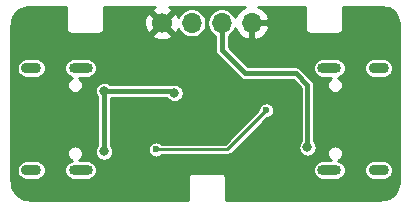
<source format=gbl>
G04 #@! TF.GenerationSoftware,KiCad,Pcbnew,(5.1.10)-1*
G04 #@! TF.CreationDate,2021-10-03T11:45:08+02:00*
G04 #@! TF.ProjectId,PPK2-USB_C-Adapter_v1.0,50504b32-2d55-4534-925f-432d41646170,1.0*
G04 #@! TF.SameCoordinates,Original*
G04 #@! TF.FileFunction,Copper,L2,Bot*
G04 #@! TF.FilePolarity,Positive*
%FSLAX46Y46*%
G04 Gerber Fmt 4.6, Leading zero omitted, Abs format (unit mm)*
G04 Created by KiCad (PCBNEW (5.1.10)-1) date 2021-10-03 11:45:08*
%MOMM*%
%LPD*%
G01*
G04 APERTURE LIST*
G04 #@! TA.AperFunction,ComponentPad*
%ADD10C,1.700000*%
G04 #@! TD*
G04 #@! TA.AperFunction,ComponentPad*
%ADD11O,1.700000X1.700000*%
G04 #@! TD*
G04 #@! TA.AperFunction,ComponentPad*
%ADD12O,1.700000X0.900000*%
G04 #@! TD*
G04 #@! TA.AperFunction,ComponentPad*
%ADD13O,2.000000X0.900000*%
G04 #@! TD*
G04 #@! TA.AperFunction,ViaPad*
%ADD14C,0.800000*%
G04 #@! TD*
G04 #@! TA.AperFunction,ViaPad*
%ADD15C,0.600000*%
G04 #@! TD*
G04 #@! TA.AperFunction,Conductor*
%ADD16C,0.400000*%
G04 #@! TD*
G04 #@! TA.AperFunction,Conductor*
%ADD17C,0.250000*%
G04 #@! TD*
G04 #@! TA.AperFunction,Conductor*
%ADD18C,0.254000*%
G04 #@! TD*
G04 #@! TA.AperFunction,Conductor*
%ADD19C,0.100000*%
G04 #@! TD*
G04 APERTURE END LIST*
D10*
X119062500Y-82423000D03*
D11*
X121602500Y-82423000D03*
X124142500Y-82423000D03*
X126682500Y-82423000D03*
D12*
X137426420Y-86251320D03*
X137426420Y-94891320D03*
D13*
X133256420Y-86251320D03*
X133256420Y-94891320D03*
X112186320Y-86251320D03*
X112186320Y-94891320D03*
D12*
X108016320Y-86251320D03*
X108016320Y-94891320D03*
D14*
X129032000Y-88646000D03*
X130048000Y-91313000D03*
X114187940Y-88171320D03*
X114170460Y-93304360D03*
X120134380Y-88343740D03*
D15*
X127921320Y-89821320D03*
X118567020Y-93141620D03*
D14*
X131398980Y-92971320D03*
D16*
X119961960Y-88171320D02*
X120134380Y-88343740D01*
X114187940Y-88171320D02*
X119961960Y-88171320D01*
X114170460Y-88188800D02*
X114187940Y-88171320D01*
X114170460Y-93304360D02*
X114170460Y-88188800D01*
D17*
X124601020Y-93141620D02*
X127921320Y-89821320D01*
X118567020Y-93141620D02*
X124601020Y-93141620D01*
D16*
X131398980Y-92971320D02*
X131398980Y-87685580D01*
X131398980Y-87685580D02*
X130395980Y-86682580D01*
X130395980Y-86682580D02*
X126095760Y-86682580D01*
X124142500Y-84729320D02*
X124142500Y-82423000D01*
X126095760Y-86682580D02*
X124142500Y-84729320D01*
D18*
X110973000Y-82911059D02*
X110971036Y-82931000D01*
X110978875Y-83010590D01*
X111002090Y-83087121D01*
X111039790Y-83157653D01*
X111069749Y-83194157D01*
X111090526Y-83219474D01*
X111152347Y-83270210D01*
X111222879Y-83307910D01*
X111299410Y-83331125D01*
X111379000Y-83338964D01*
X111398940Y-83337000D01*
X113772060Y-83337000D01*
X113792000Y-83338964D01*
X113871590Y-83331125D01*
X113948121Y-83307910D01*
X114018653Y-83270210D01*
X114080474Y-83219474D01*
X114131210Y-83157653D01*
X114168910Y-83087121D01*
X114192125Y-83010590D01*
X114198000Y-82950941D01*
X114198000Y-82950940D01*
X114199964Y-82931000D01*
X114198000Y-82911059D01*
X114198000Y-82491531D01*
X117571889Y-82491531D01*
X117613901Y-82781019D01*
X117711581Y-83056747D01*
X117785028Y-83194157D01*
X118034103Y-83271792D01*
X118882895Y-82423000D01*
X119242105Y-82423000D01*
X120090897Y-83271792D01*
X120339972Y-83194157D01*
X120465871Y-82930117D01*
X120471289Y-82908772D01*
X120511602Y-83006097D01*
X120646320Y-83207717D01*
X120817783Y-83379180D01*
X121019403Y-83513898D01*
X121243431Y-83606693D01*
X121481257Y-83654000D01*
X121723743Y-83654000D01*
X121961569Y-83606693D01*
X122185597Y-83513898D01*
X122387217Y-83379180D01*
X122558680Y-83207717D01*
X122693398Y-83006097D01*
X122786193Y-82782069D01*
X122833500Y-82544243D01*
X122833500Y-82301757D01*
X122786193Y-82063931D01*
X122693398Y-81839903D01*
X122558680Y-81638283D01*
X122387217Y-81466820D01*
X122185597Y-81332102D01*
X121961569Y-81239307D01*
X121723743Y-81192000D01*
X121481257Y-81192000D01*
X121243431Y-81239307D01*
X121019403Y-81332102D01*
X120817783Y-81466820D01*
X120646320Y-81638283D01*
X120511602Y-81839903D01*
X120468352Y-81944317D01*
X120413419Y-81789253D01*
X120339972Y-81651843D01*
X120090897Y-81574208D01*
X119242105Y-82423000D01*
X118882895Y-82423000D01*
X118034103Y-81574208D01*
X117785028Y-81651843D01*
X117659129Y-81915883D01*
X117587161Y-82199411D01*
X117571889Y-82491531D01*
X114198000Y-82491531D01*
X114198000Y-81051000D01*
X118488260Y-81051000D01*
X118428753Y-81072081D01*
X118291343Y-81145528D01*
X118213708Y-81394603D01*
X119062500Y-82243395D01*
X119911292Y-81394603D01*
X119833657Y-81145528D01*
X119635409Y-81051000D01*
X126126281Y-81051000D01*
X125915580Y-81151359D01*
X125682231Y-81325412D01*
X125487322Y-81541645D01*
X125338343Y-81791748D01*
X125280728Y-81954168D01*
X125233398Y-81839903D01*
X125098680Y-81638283D01*
X124927217Y-81466820D01*
X124725597Y-81332102D01*
X124501569Y-81239307D01*
X124263743Y-81192000D01*
X124021257Y-81192000D01*
X123783431Y-81239307D01*
X123559403Y-81332102D01*
X123357783Y-81466820D01*
X123186320Y-81638283D01*
X123051602Y-81839903D01*
X122958807Y-82063931D01*
X122911500Y-82301757D01*
X122911500Y-82544243D01*
X122958807Y-82782069D01*
X123051602Y-83006097D01*
X123186320Y-83207717D01*
X123357783Y-83379180D01*
X123559403Y-83513898D01*
X123561501Y-83514767D01*
X123561500Y-84700780D01*
X123558689Y-84729320D01*
X123561500Y-84757859D01*
X123569907Y-84843215D01*
X123603129Y-84952734D01*
X123657079Y-85053667D01*
X123729683Y-85142137D01*
X123751860Y-85160337D01*
X125664752Y-87073231D01*
X125682943Y-87095397D01*
X125705109Y-87113588D01*
X125705111Y-87113590D01*
X125771412Y-87168001D01*
X125872345Y-87221951D01*
X125981864Y-87255173D01*
X126095760Y-87266391D01*
X126124300Y-87263580D01*
X130155323Y-87263580D01*
X130817981Y-87926239D01*
X130817980Y-92447819D01*
X130792338Y-92473461D01*
X130706867Y-92601378D01*
X130647993Y-92743511D01*
X130617980Y-92894398D01*
X130617980Y-93048242D01*
X130647993Y-93199129D01*
X130706867Y-93341262D01*
X130792338Y-93469179D01*
X130901121Y-93577962D01*
X131029038Y-93663433D01*
X131171171Y-93722307D01*
X131322058Y-93752320D01*
X131475902Y-93752320D01*
X131626789Y-93722307D01*
X131768922Y-93663433D01*
X131896839Y-93577962D01*
X132005622Y-93469179D01*
X132091093Y-93341262D01*
X132149967Y-93199129D01*
X132179980Y-93048242D01*
X132179980Y-92894398D01*
X132149967Y-92743511D01*
X132091093Y-92601378D01*
X132005622Y-92473461D01*
X131979980Y-92447819D01*
X131979980Y-87714119D01*
X131982791Y-87685579D01*
X131971573Y-87571684D01*
X131938351Y-87462165D01*
X131915991Y-87420333D01*
X131884401Y-87361232D01*
X131811797Y-87272763D01*
X131789625Y-87254567D01*
X130826997Y-86291940D01*
X130808797Y-86269763D01*
X130786324Y-86251320D01*
X131871400Y-86251320D01*
X131887445Y-86414224D01*
X131934962Y-86570868D01*
X132012126Y-86715232D01*
X132115972Y-86841768D01*
X132242508Y-86945614D01*
X132386872Y-87022778D01*
X132543516Y-87070295D01*
X132665605Y-87082320D01*
X133407120Y-87082320D01*
X133302308Y-87152353D01*
X133207453Y-87247208D01*
X133132926Y-87358746D01*
X133081591Y-87482680D01*
X133055420Y-87614247D01*
X133055420Y-87748393D01*
X133081591Y-87879960D01*
X133132926Y-88003894D01*
X133207453Y-88115432D01*
X133302308Y-88210287D01*
X133413846Y-88284814D01*
X133537780Y-88336149D01*
X133669347Y-88362320D01*
X133803493Y-88362320D01*
X133935060Y-88336149D01*
X134058994Y-88284814D01*
X134170532Y-88210287D01*
X134265387Y-88115432D01*
X134339914Y-88003894D01*
X134391249Y-87879960D01*
X134417420Y-87748393D01*
X134417420Y-87614247D01*
X134391249Y-87482680D01*
X134339914Y-87358746D01*
X134265387Y-87247208D01*
X134170532Y-87152353D01*
X134058994Y-87077826D01*
X134010591Y-87057777D01*
X134125968Y-87022778D01*
X134270332Y-86945614D01*
X134396868Y-86841768D01*
X134500714Y-86715232D01*
X134577878Y-86570868D01*
X134625395Y-86414224D01*
X134641440Y-86251320D01*
X136191400Y-86251320D01*
X136207445Y-86414224D01*
X136254962Y-86570868D01*
X136332126Y-86715232D01*
X136435972Y-86841768D01*
X136562508Y-86945614D01*
X136706872Y-87022778D01*
X136863516Y-87070295D01*
X136985605Y-87082320D01*
X137867235Y-87082320D01*
X137989324Y-87070295D01*
X138145968Y-87022778D01*
X138290332Y-86945614D01*
X138416868Y-86841768D01*
X138520714Y-86715232D01*
X138597878Y-86570868D01*
X138645395Y-86414224D01*
X138661440Y-86251320D01*
X138645395Y-86088416D01*
X138597878Y-85931772D01*
X138520714Y-85787408D01*
X138416868Y-85660872D01*
X138290332Y-85557026D01*
X138145968Y-85479862D01*
X137989324Y-85432345D01*
X137867235Y-85420320D01*
X136985605Y-85420320D01*
X136863516Y-85432345D01*
X136706872Y-85479862D01*
X136562508Y-85557026D01*
X136435972Y-85660872D01*
X136332126Y-85787408D01*
X136254962Y-85931772D01*
X136207445Y-86088416D01*
X136191400Y-86251320D01*
X134641440Y-86251320D01*
X134625395Y-86088416D01*
X134577878Y-85931772D01*
X134500714Y-85787408D01*
X134396868Y-85660872D01*
X134270332Y-85557026D01*
X134125968Y-85479862D01*
X133969324Y-85432345D01*
X133847235Y-85420320D01*
X132665605Y-85420320D01*
X132543516Y-85432345D01*
X132386872Y-85479862D01*
X132242508Y-85557026D01*
X132115972Y-85660872D01*
X132012126Y-85787408D01*
X131934962Y-85931772D01*
X131887445Y-86088416D01*
X131871400Y-86251320D01*
X130786324Y-86251320D01*
X130720328Y-86197159D01*
X130619395Y-86143209D01*
X130509876Y-86109987D01*
X130424520Y-86101580D01*
X130395980Y-86098769D01*
X130367440Y-86101580D01*
X126336419Y-86101580D01*
X124723500Y-84488663D01*
X124723500Y-83514767D01*
X124725597Y-83513898D01*
X124927217Y-83379180D01*
X125098680Y-83207717D01*
X125233398Y-83006097D01*
X125280728Y-82891832D01*
X125338343Y-83054252D01*
X125487322Y-83304355D01*
X125682231Y-83520588D01*
X125915580Y-83694641D01*
X126178401Y-83819825D01*
X126325610Y-83864476D01*
X126555500Y-83743155D01*
X126555500Y-82550000D01*
X126809500Y-82550000D01*
X126809500Y-83743155D01*
X127039390Y-83864476D01*
X127186599Y-83819825D01*
X127449420Y-83694641D01*
X127682769Y-83520588D01*
X127877678Y-83304355D01*
X128026657Y-83054252D01*
X128123981Y-82779891D01*
X128003314Y-82550000D01*
X126809500Y-82550000D01*
X126555500Y-82550000D01*
X126535500Y-82550000D01*
X126535500Y-82296000D01*
X126555500Y-82296000D01*
X126555500Y-82276000D01*
X126809500Y-82276000D01*
X126809500Y-82296000D01*
X128003314Y-82296000D01*
X128123981Y-82066109D01*
X128026657Y-81791748D01*
X127877678Y-81541645D01*
X127682769Y-81325412D01*
X127449420Y-81151359D01*
X127238719Y-81051000D01*
X131166001Y-81051000D01*
X131166000Y-82911059D01*
X131164036Y-82931000D01*
X131171875Y-83010590D01*
X131195090Y-83087121D01*
X131232790Y-83157653D01*
X131262749Y-83194157D01*
X131283526Y-83219474D01*
X131345347Y-83270210D01*
X131415879Y-83307910D01*
X131492410Y-83331125D01*
X131572000Y-83338964D01*
X131591940Y-83337000D01*
X133965060Y-83337000D01*
X133985000Y-83338964D01*
X134064590Y-83331125D01*
X134141121Y-83307910D01*
X134211653Y-83270210D01*
X134273474Y-83219474D01*
X134324210Y-83157653D01*
X134361910Y-83087121D01*
X134385125Y-83010590D01*
X134391000Y-82950941D01*
X134391000Y-82950940D01*
X134392964Y-82931000D01*
X134391000Y-82911059D01*
X134391000Y-81051000D01*
X137590262Y-81051000D01*
X137657119Y-81079655D01*
X137744170Y-81098159D01*
X137750502Y-81098824D01*
X138051354Y-81128323D01*
X138297943Y-81202772D01*
X138525373Y-81323699D01*
X138724987Y-81486500D01*
X138889173Y-81684968D01*
X139011687Y-81911549D01*
X139087857Y-82157615D01*
X139119455Y-82458252D01*
X139121369Y-82467578D01*
X139125994Y-82513120D01*
X139152011Y-82598227D01*
X139167001Y-82626185D01*
X139167000Y-95807262D01*
X139138345Y-95874119D01*
X139119841Y-95961170D01*
X139119176Y-95967502D01*
X139089677Y-96268354D01*
X139015228Y-96514943D01*
X138894301Y-96742373D01*
X138731500Y-96941987D01*
X138533033Y-97106173D01*
X138306446Y-97228689D01*
X138060385Y-97304857D01*
X137759748Y-97336455D01*
X137750422Y-97338369D01*
X137704880Y-97342994D01*
X137619773Y-97369011D01*
X137591817Y-97384000D01*
X124485000Y-97384000D01*
X124485000Y-95523941D01*
X124486964Y-95504000D01*
X124479125Y-95424410D01*
X124455910Y-95347879D01*
X124418210Y-95277347D01*
X124367474Y-95215526D01*
X124305653Y-95164790D01*
X124235121Y-95127090D01*
X124158590Y-95103875D01*
X124098941Y-95098000D01*
X124098940Y-95098000D01*
X124079000Y-95096036D01*
X124059059Y-95098000D01*
X121685941Y-95098000D01*
X121666000Y-95096036D01*
X121646060Y-95098000D01*
X121646059Y-95098000D01*
X121586410Y-95103875D01*
X121509879Y-95127090D01*
X121439347Y-95164790D01*
X121377526Y-95215526D01*
X121326790Y-95277347D01*
X121289090Y-95347879D01*
X121265875Y-95424410D01*
X121258036Y-95504000D01*
X121260001Y-95523951D01*
X121260000Y-97384000D01*
X107900738Y-97384000D01*
X107833881Y-97355345D01*
X107746830Y-97336841D01*
X107740498Y-97336176D01*
X107439646Y-97306677D01*
X107193057Y-97232228D01*
X106965627Y-97111301D01*
X106766013Y-96948500D01*
X106601827Y-96750033D01*
X106479311Y-96523446D01*
X106403143Y-96277385D01*
X106371545Y-95976748D01*
X106369631Y-95967422D01*
X106365006Y-95921880D01*
X106338989Y-95836773D01*
X106324000Y-95808817D01*
X106324000Y-94891320D01*
X106781300Y-94891320D01*
X106797345Y-95054224D01*
X106844862Y-95210868D01*
X106922026Y-95355232D01*
X107025872Y-95481768D01*
X107152408Y-95585614D01*
X107296772Y-95662778D01*
X107453416Y-95710295D01*
X107575505Y-95722320D01*
X108457135Y-95722320D01*
X108579224Y-95710295D01*
X108735868Y-95662778D01*
X108880232Y-95585614D01*
X109006768Y-95481768D01*
X109110614Y-95355232D01*
X109187778Y-95210868D01*
X109235295Y-95054224D01*
X109251340Y-94891320D01*
X110801300Y-94891320D01*
X110817345Y-95054224D01*
X110864862Y-95210868D01*
X110942026Y-95355232D01*
X111045872Y-95481768D01*
X111172408Y-95585614D01*
X111316772Y-95662778D01*
X111473416Y-95710295D01*
X111595505Y-95722320D01*
X112777135Y-95722320D01*
X112899224Y-95710295D01*
X113055868Y-95662778D01*
X113200232Y-95585614D01*
X113326768Y-95481768D01*
X113430614Y-95355232D01*
X113507778Y-95210868D01*
X113555295Y-95054224D01*
X113571340Y-94891320D01*
X131871400Y-94891320D01*
X131887445Y-95054224D01*
X131934962Y-95210868D01*
X132012126Y-95355232D01*
X132115972Y-95481768D01*
X132242508Y-95585614D01*
X132386872Y-95662778D01*
X132543516Y-95710295D01*
X132665605Y-95722320D01*
X133847235Y-95722320D01*
X133969324Y-95710295D01*
X134125968Y-95662778D01*
X134270332Y-95585614D01*
X134396868Y-95481768D01*
X134500714Y-95355232D01*
X134577878Y-95210868D01*
X134625395Y-95054224D01*
X134641440Y-94891320D01*
X136191400Y-94891320D01*
X136207445Y-95054224D01*
X136254962Y-95210868D01*
X136332126Y-95355232D01*
X136435972Y-95481768D01*
X136562508Y-95585614D01*
X136706872Y-95662778D01*
X136863516Y-95710295D01*
X136985605Y-95722320D01*
X137867235Y-95722320D01*
X137989324Y-95710295D01*
X138145968Y-95662778D01*
X138290332Y-95585614D01*
X138416868Y-95481768D01*
X138520714Y-95355232D01*
X138597878Y-95210868D01*
X138645395Y-95054224D01*
X138661440Y-94891320D01*
X138645395Y-94728416D01*
X138597878Y-94571772D01*
X138520714Y-94427408D01*
X138416868Y-94300872D01*
X138290332Y-94197026D01*
X138145968Y-94119862D01*
X137989324Y-94072345D01*
X137867235Y-94060320D01*
X136985605Y-94060320D01*
X136863516Y-94072345D01*
X136706872Y-94119862D01*
X136562508Y-94197026D01*
X136435972Y-94300872D01*
X136332126Y-94427408D01*
X136254962Y-94571772D01*
X136207445Y-94728416D01*
X136191400Y-94891320D01*
X134641440Y-94891320D01*
X134625395Y-94728416D01*
X134577878Y-94571772D01*
X134500714Y-94427408D01*
X134396868Y-94300872D01*
X134270332Y-94197026D01*
X134125968Y-94119862D01*
X134010591Y-94084863D01*
X134058994Y-94064814D01*
X134170532Y-93990287D01*
X134265387Y-93895432D01*
X134339914Y-93783894D01*
X134391249Y-93659960D01*
X134417420Y-93528393D01*
X134417420Y-93394247D01*
X134391249Y-93262680D01*
X134339914Y-93138746D01*
X134265387Y-93027208D01*
X134170532Y-92932353D01*
X134058994Y-92857826D01*
X133935060Y-92806491D01*
X133803493Y-92780320D01*
X133669347Y-92780320D01*
X133537780Y-92806491D01*
X133413846Y-92857826D01*
X133302308Y-92932353D01*
X133207453Y-93027208D01*
X133132926Y-93138746D01*
X133081591Y-93262680D01*
X133055420Y-93394247D01*
X133055420Y-93528393D01*
X133081591Y-93659960D01*
X133132926Y-93783894D01*
X133207453Y-93895432D01*
X133302308Y-93990287D01*
X133407120Y-94060320D01*
X132665605Y-94060320D01*
X132543516Y-94072345D01*
X132386872Y-94119862D01*
X132242508Y-94197026D01*
X132115972Y-94300872D01*
X132012126Y-94427408D01*
X131934962Y-94571772D01*
X131887445Y-94728416D01*
X131871400Y-94891320D01*
X113571340Y-94891320D01*
X113555295Y-94728416D01*
X113507778Y-94571772D01*
X113430614Y-94427408D01*
X113326768Y-94300872D01*
X113200232Y-94197026D01*
X113055868Y-94119862D01*
X112899224Y-94072345D01*
X112777135Y-94060320D01*
X112035620Y-94060320D01*
X112140432Y-93990287D01*
X112235287Y-93895432D01*
X112309814Y-93783894D01*
X112361149Y-93659960D01*
X112387320Y-93528393D01*
X112387320Y-93394247D01*
X112361149Y-93262680D01*
X112346552Y-93227438D01*
X113389460Y-93227438D01*
X113389460Y-93381282D01*
X113419473Y-93532169D01*
X113478347Y-93674302D01*
X113563818Y-93802219D01*
X113672601Y-93911002D01*
X113800518Y-93996473D01*
X113942651Y-94055347D01*
X114093538Y-94085360D01*
X114247382Y-94085360D01*
X114398269Y-94055347D01*
X114540402Y-93996473D01*
X114668319Y-93911002D01*
X114777102Y-93802219D01*
X114862573Y-93674302D01*
X114921447Y-93532169D01*
X114951460Y-93381282D01*
X114951460Y-93227438D01*
X114921447Y-93076551D01*
X114920617Y-93074547D01*
X117886020Y-93074547D01*
X117886020Y-93208693D01*
X117912191Y-93340260D01*
X117963526Y-93464194D01*
X118038053Y-93575732D01*
X118132908Y-93670587D01*
X118244446Y-93745114D01*
X118368380Y-93796449D01*
X118499947Y-93822620D01*
X118634093Y-93822620D01*
X118765660Y-93796449D01*
X118889594Y-93745114D01*
X119001132Y-93670587D01*
X119024099Y-93647620D01*
X124576174Y-93647620D01*
X124601020Y-93650067D01*
X124625866Y-93647620D01*
X124625874Y-93647620D01*
X124700213Y-93640298D01*
X124795595Y-93611365D01*
X124883499Y-93564379D01*
X124960547Y-93501147D01*
X124976396Y-93481835D01*
X127955912Y-90502320D01*
X127988393Y-90502320D01*
X128119960Y-90476149D01*
X128243894Y-90424814D01*
X128355432Y-90350287D01*
X128450287Y-90255432D01*
X128524814Y-90143894D01*
X128576149Y-90019960D01*
X128602320Y-89888393D01*
X128602320Y-89754247D01*
X128576149Y-89622680D01*
X128524814Y-89498746D01*
X128450287Y-89387208D01*
X128355432Y-89292353D01*
X128243894Y-89217826D01*
X128119960Y-89166491D01*
X127988393Y-89140320D01*
X127854247Y-89140320D01*
X127722680Y-89166491D01*
X127598746Y-89217826D01*
X127487208Y-89292353D01*
X127392353Y-89387208D01*
X127317826Y-89498746D01*
X127266491Y-89622680D01*
X127240320Y-89754247D01*
X127240320Y-89786728D01*
X124391429Y-92635620D01*
X119024099Y-92635620D01*
X119001132Y-92612653D01*
X118889594Y-92538126D01*
X118765660Y-92486791D01*
X118634093Y-92460620D01*
X118499947Y-92460620D01*
X118368380Y-92486791D01*
X118244446Y-92538126D01*
X118132908Y-92612653D01*
X118038053Y-92707508D01*
X117963526Y-92819046D01*
X117912191Y-92942980D01*
X117886020Y-93074547D01*
X114920617Y-93074547D01*
X114862573Y-92934418D01*
X114777102Y-92806501D01*
X114751460Y-92780859D01*
X114751460Y-88752320D01*
X119468084Y-88752320D01*
X119527738Y-88841599D01*
X119636521Y-88950382D01*
X119764438Y-89035853D01*
X119906571Y-89094727D01*
X120057458Y-89124740D01*
X120211302Y-89124740D01*
X120362189Y-89094727D01*
X120504322Y-89035853D01*
X120632239Y-88950382D01*
X120741022Y-88841599D01*
X120826493Y-88713682D01*
X120885367Y-88571549D01*
X120915380Y-88420662D01*
X120915380Y-88266818D01*
X120885367Y-88115931D01*
X120826493Y-87973798D01*
X120741022Y-87845881D01*
X120632239Y-87737098D01*
X120504322Y-87651627D01*
X120362189Y-87592753D01*
X120211302Y-87562740D01*
X120057458Y-87562740D01*
X119918803Y-87590320D01*
X114711441Y-87590320D01*
X114685799Y-87564678D01*
X114557882Y-87479207D01*
X114415749Y-87420333D01*
X114264862Y-87390320D01*
X114111018Y-87390320D01*
X113960131Y-87420333D01*
X113817998Y-87479207D01*
X113690081Y-87564678D01*
X113581298Y-87673461D01*
X113495827Y-87801378D01*
X113436953Y-87943511D01*
X113406940Y-88094398D01*
X113406940Y-88248242D01*
X113436953Y-88399129D01*
X113495827Y-88541262D01*
X113581298Y-88669179D01*
X113589461Y-88677342D01*
X113589460Y-92780859D01*
X113563818Y-92806501D01*
X113478347Y-92934418D01*
X113419473Y-93076551D01*
X113389460Y-93227438D01*
X112346552Y-93227438D01*
X112309814Y-93138746D01*
X112235287Y-93027208D01*
X112140432Y-92932353D01*
X112028894Y-92857826D01*
X111904960Y-92806491D01*
X111773393Y-92780320D01*
X111639247Y-92780320D01*
X111507680Y-92806491D01*
X111383746Y-92857826D01*
X111272208Y-92932353D01*
X111177353Y-93027208D01*
X111102826Y-93138746D01*
X111051491Y-93262680D01*
X111025320Y-93394247D01*
X111025320Y-93528393D01*
X111051491Y-93659960D01*
X111102826Y-93783894D01*
X111177353Y-93895432D01*
X111272208Y-93990287D01*
X111383746Y-94064814D01*
X111432149Y-94084863D01*
X111316772Y-94119862D01*
X111172408Y-94197026D01*
X111045872Y-94300872D01*
X110942026Y-94427408D01*
X110864862Y-94571772D01*
X110817345Y-94728416D01*
X110801300Y-94891320D01*
X109251340Y-94891320D01*
X109235295Y-94728416D01*
X109187778Y-94571772D01*
X109110614Y-94427408D01*
X109006768Y-94300872D01*
X108880232Y-94197026D01*
X108735868Y-94119862D01*
X108579224Y-94072345D01*
X108457135Y-94060320D01*
X107575505Y-94060320D01*
X107453416Y-94072345D01*
X107296772Y-94119862D01*
X107152408Y-94197026D01*
X107025872Y-94300872D01*
X106922026Y-94427408D01*
X106844862Y-94571772D01*
X106797345Y-94728416D01*
X106781300Y-94891320D01*
X106324000Y-94891320D01*
X106324000Y-86251320D01*
X106781300Y-86251320D01*
X106797345Y-86414224D01*
X106844862Y-86570868D01*
X106922026Y-86715232D01*
X107025872Y-86841768D01*
X107152408Y-86945614D01*
X107296772Y-87022778D01*
X107453416Y-87070295D01*
X107575505Y-87082320D01*
X108457135Y-87082320D01*
X108579224Y-87070295D01*
X108735868Y-87022778D01*
X108880232Y-86945614D01*
X109006768Y-86841768D01*
X109110614Y-86715232D01*
X109187778Y-86570868D01*
X109235295Y-86414224D01*
X109251340Y-86251320D01*
X110801300Y-86251320D01*
X110817345Y-86414224D01*
X110864862Y-86570868D01*
X110942026Y-86715232D01*
X111045872Y-86841768D01*
X111172408Y-86945614D01*
X111316772Y-87022778D01*
X111432149Y-87057777D01*
X111383746Y-87077826D01*
X111272208Y-87152353D01*
X111177353Y-87247208D01*
X111102826Y-87358746D01*
X111051491Y-87482680D01*
X111025320Y-87614247D01*
X111025320Y-87748393D01*
X111051491Y-87879960D01*
X111102826Y-88003894D01*
X111177353Y-88115432D01*
X111272208Y-88210287D01*
X111383746Y-88284814D01*
X111507680Y-88336149D01*
X111639247Y-88362320D01*
X111773393Y-88362320D01*
X111904960Y-88336149D01*
X112028894Y-88284814D01*
X112140432Y-88210287D01*
X112235287Y-88115432D01*
X112309814Y-88003894D01*
X112361149Y-87879960D01*
X112387320Y-87748393D01*
X112387320Y-87614247D01*
X112361149Y-87482680D01*
X112309814Y-87358746D01*
X112235287Y-87247208D01*
X112140432Y-87152353D01*
X112035620Y-87082320D01*
X112777135Y-87082320D01*
X112899224Y-87070295D01*
X113055868Y-87022778D01*
X113200232Y-86945614D01*
X113326768Y-86841768D01*
X113430614Y-86715232D01*
X113507778Y-86570868D01*
X113555295Y-86414224D01*
X113571340Y-86251320D01*
X113555295Y-86088416D01*
X113507778Y-85931772D01*
X113430614Y-85787408D01*
X113326768Y-85660872D01*
X113200232Y-85557026D01*
X113055868Y-85479862D01*
X112899224Y-85432345D01*
X112777135Y-85420320D01*
X111595505Y-85420320D01*
X111473416Y-85432345D01*
X111316772Y-85479862D01*
X111172408Y-85557026D01*
X111045872Y-85660872D01*
X110942026Y-85787408D01*
X110864862Y-85931772D01*
X110817345Y-86088416D01*
X110801300Y-86251320D01*
X109251340Y-86251320D01*
X109235295Y-86088416D01*
X109187778Y-85931772D01*
X109110614Y-85787408D01*
X109006768Y-85660872D01*
X108880232Y-85557026D01*
X108735868Y-85479862D01*
X108579224Y-85432345D01*
X108457135Y-85420320D01*
X107575505Y-85420320D01*
X107453416Y-85432345D01*
X107296772Y-85479862D01*
X107152408Y-85557026D01*
X107025872Y-85660872D01*
X106922026Y-85787408D01*
X106844862Y-85931772D01*
X106797345Y-86088416D01*
X106781300Y-86251320D01*
X106324000Y-86251320D01*
X106324000Y-83451397D01*
X118213708Y-83451397D01*
X118291343Y-83700472D01*
X118555383Y-83826371D01*
X118838911Y-83898339D01*
X119131031Y-83913611D01*
X119420519Y-83871599D01*
X119696247Y-83773919D01*
X119833657Y-83700472D01*
X119911292Y-83451397D01*
X119062500Y-82602605D01*
X118213708Y-83451397D01*
X106324000Y-83451397D01*
X106324000Y-82627738D01*
X106352655Y-82560881D01*
X106371159Y-82473830D01*
X106371824Y-82467498D01*
X106401323Y-82166646D01*
X106475772Y-81920057D01*
X106596699Y-81692627D01*
X106759500Y-81493013D01*
X106957968Y-81328827D01*
X107184549Y-81206313D01*
X107430615Y-81130143D01*
X107731252Y-81098545D01*
X107740578Y-81096631D01*
X107786120Y-81092006D01*
X107871227Y-81065989D01*
X107899183Y-81051000D01*
X110973001Y-81051000D01*
X110973000Y-82911059D01*
G04 #@! TA.AperFunction,Conductor*
D19*
G36*
X110973000Y-82911059D02*
G01*
X110971036Y-82931000D01*
X110978875Y-83010590D01*
X111002090Y-83087121D01*
X111039790Y-83157653D01*
X111069749Y-83194157D01*
X111090526Y-83219474D01*
X111152347Y-83270210D01*
X111222879Y-83307910D01*
X111299410Y-83331125D01*
X111379000Y-83338964D01*
X111398940Y-83337000D01*
X113772060Y-83337000D01*
X113792000Y-83338964D01*
X113871590Y-83331125D01*
X113948121Y-83307910D01*
X114018653Y-83270210D01*
X114080474Y-83219474D01*
X114131210Y-83157653D01*
X114168910Y-83087121D01*
X114192125Y-83010590D01*
X114198000Y-82950941D01*
X114198000Y-82950940D01*
X114199964Y-82931000D01*
X114198000Y-82911059D01*
X114198000Y-82491531D01*
X117571889Y-82491531D01*
X117613901Y-82781019D01*
X117711581Y-83056747D01*
X117785028Y-83194157D01*
X118034103Y-83271792D01*
X118882895Y-82423000D01*
X119242105Y-82423000D01*
X120090897Y-83271792D01*
X120339972Y-83194157D01*
X120465871Y-82930117D01*
X120471289Y-82908772D01*
X120511602Y-83006097D01*
X120646320Y-83207717D01*
X120817783Y-83379180D01*
X121019403Y-83513898D01*
X121243431Y-83606693D01*
X121481257Y-83654000D01*
X121723743Y-83654000D01*
X121961569Y-83606693D01*
X122185597Y-83513898D01*
X122387217Y-83379180D01*
X122558680Y-83207717D01*
X122693398Y-83006097D01*
X122786193Y-82782069D01*
X122833500Y-82544243D01*
X122833500Y-82301757D01*
X122786193Y-82063931D01*
X122693398Y-81839903D01*
X122558680Y-81638283D01*
X122387217Y-81466820D01*
X122185597Y-81332102D01*
X121961569Y-81239307D01*
X121723743Y-81192000D01*
X121481257Y-81192000D01*
X121243431Y-81239307D01*
X121019403Y-81332102D01*
X120817783Y-81466820D01*
X120646320Y-81638283D01*
X120511602Y-81839903D01*
X120468352Y-81944317D01*
X120413419Y-81789253D01*
X120339972Y-81651843D01*
X120090897Y-81574208D01*
X119242105Y-82423000D01*
X118882895Y-82423000D01*
X118034103Y-81574208D01*
X117785028Y-81651843D01*
X117659129Y-81915883D01*
X117587161Y-82199411D01*
X117571889Y-82491531D01*
X114198000Y-82491531D01*
X114198000Y-81051000D01*
X118488260Y-81051000D01*
X118428753Y-81072081D01*
X118291343Y-81145528D01*
X118213708Y-81394603D01*
X119062500Y-82243395D01*
X119911292Y-81394603D01*
X119833657Y-81145528D01*
X119635409Y-81051000D01*
X126126281Y-81051000D01*
X125915580Y-81151359D01*
X125682231Y-81325412D01*
X125487322Y-81541645D01*
X125338343Y-81791748D01*
X125280728Y-81954168D01*
X125233398Y-81839903D01*
X125098680Y-81638283D01*
X124927217Y-81466820D01*
X124725597Y-81332102D01*
X124501569Y-81239307D01*
X124263743Y-81192000D01*
X124021257Y-81192000D01*
X123783431Y-81239307D01*
X123559403Y-81332102D01*
X123357783Y-81466820D01*
X123186320Y-81638283D01*
X123051602Y-81839903D01*
X122958807Y-82063931D01*
X122911500Y-82301757D01*
X122911500Y-82544243D01*
X122958807Y-82782069D01*
X123051602Y-83006097D01*
X123186320Y-83207717D01*
X123357783Y-83379180D01*
X123559403Y-83513898D01*
X123561501Y-83514767D01*
X123561500Y-84700780D01*
X123558689Y-84729320D01*
X123561500Y-84757859D01*
X123569907Y-84843215D01*
X123603129Y-84952734D01*
X123657079Y-85053667D01*
X123729683Y-85142137D01*
X123751860Y-85160337D01*
X125664752Y-87073231D01*
X125682943Y-87095397D01*
X125705109Y-87113588D01*
X125705111Y-87113590D01*
X125771412Y-87168001D01*
X125872345Y-87221951D01*
X125981864Y-87255173D01*
X126095760Y-87266391D01*
X126124300Y-87263580D01*
X130155323Y-87263580D01*
X130817981Y-87926239D01*
X130817980Y-92447819D01*
X130792338Y-92473461D01*
X130706867Y-92601378D01*
X130647993Y-92743511D01*
X130617980Y-92894398D01*
X130617980Y-93048242D01*
X130647993Y-93199129D01*
X130706867Y-93341262D01*
X130792338Y-93469179D01*
X130901121Y-93577962D01*
X131029038Y-93663433D01*
X131171171Y-93722307D01*
X131322058Y-93752320D01*
X131475902Y-93752320D01*
X131626789Y-93722307D01*
X131768922Y-93663433D01*
X131896839Y-93577962D01*
X132005622Y-93469179D01*
X132091093Y-93341262D01*
X132149967Y-93199129D01*
X132179980Y-93048242D01*
X132179980Y-92894398D01*
X132149967Y-92743511D01*
X132091093Y-92601378D01*
X132005622Y-92473461D01*
X131979980Y-92447819D01*
X131979980Y-87714119D01*
X131982791Y-87685579D01*
X131971573Y-87571684D01*
X131938351Y-87462165D01*
X131915991Y-87420333D01*
X131884401Y-87361232D01*
X131811797Y-87272763D01*
X131789625Y-87254567D01*
X130826997Y-86291940D01*
X130808797Y-86269763D01*
X130786324Y-86251320D01*
X131871400Y-86251320D01*
X131887445Y-86414224D01*
X131934962Y-86570868D01*
X132012126Y-86715232D01*
X132115972Y-86841768D01*
X132242508Y-86945614D01*
X132386872Y-87022778D01*
X132543516Y-87070295D01*
X132665605Y-87082320D01*
X133407120Y-87082320D01*
X133302308Y-87152353D01*
X133207453Y-87247208D01*
X133132926Y-87358746D01*
X133081591Y-87482680D01*
X133055420Y-87614247D01*
X133055420Y-87748393D01*
X133081591Y-87879960D01*
X133132926Y-88003894D01*
X133207453Y-88115432D01*
X133302308Y-88210287D01*
X133413846Y-88284814D01*
X133537780Y-88336149D01*
X133669347Y-88362320D01*
X133803493Y-88362320D01*
X133935060Y-88336149D01*
X134058994Y-88284814D01*
X134170532Y-88210287D01*
X134265387Y-88115432D01*
X134339914Y-88003894D01*
X134391249Y-87879960D01*
X134417420Y-87748393D01*
X134417420Y-87614247D01*
X134391249Y-87482680D01*
X134339914Y-87358746D01*
X134265387Y-87247208D01*
X134170532Y-87152353D01*
X134058994Y-87077826D01*
X134010591Y-87057777D01*
X134125968Y-87022778D01*
X134270332Y-86945614D01*
X134396868Y-86841768D01*
X134500714Y-86715232D01*
X134577878Y-86570868D01*
X134625395Y-86414224D01*
X134641440Y-86251320D01*
X136191400Y-86251320D01*
X136207445Y-86414224D01*
X136254962Y-86570868D01*
X136332126Y-86715232D01*
X136435972Y-86841768D01*
X136562508Y-86945614D01*
X136706872Y-87022778D01*
X136863516Y-87070295D01*
X136985605Y-87082320D01*
X137867235Y-87082320D01*
X137989324Y-87070295D01*
X138145968Y-87022778D01*
X138290332Y-86945614D01*
X138416868Y-86841768D01*
X138520714Y-86715232D01*
X138597878Y-86570868D01*
X138645395Y-86414224D01*
X138661440Y-86251320D01*
X138645395Y-86088416D01*
X138597878Y-85931772D01*
X138520714Y-85787408D01*
X138416868Y-85660872D01*
X138290332Y-85557026D01*
X138145968Y-85479862D01*
X137989324Y-85432345D01*
X137867235Y-85420320D01*
X136985605Y-85420320D01*
X136863516Y-85432345D01*
X136706872Y-85479862D01*
X136562508Y-85557026D01*
X136435972Y-85660872D01*
X136332126Y-85787408D01*
X136254962Y-85931772D01*
X136207445Y-86088416D01*
X136191400Y-86251320D01*
X134641440Y-86251320D01*
X134625395Y-86088416D01*
X134577878Y-85931772D01*
X134500714Y-85787408D01*
X134396868Y-85660872D01*
X134270332Y-85557026D01*
X134125968Y-85479862D01*
X133969324Y-85432345D01*
X133847235Y-85420320D01*
X132665605Y-85420320D01*
X132543516Y-85432345D01*
X132386872Y-85479862D01*
X132242508Y-85557026D01*
X132115972Y-85660872D01*
X132012126Y-85787408D01*
X131934962Y-85931772D01*
X131887445Y-86088416D01*
X131871400Y-86251320D01*
X130786324Y-86251320D01*
X130720328Y-86197159D01*
X130619395Y-86143209D01*
X130509876Y-86109987D01*
X130424520Y-86101580D01*
X130395980Y-86098769D01*
X130367440Y-86101580D01*
X126336419Y-86101580D01*
X124723500Y-84488663D01*
X124723500Y-83514767D01*
X124725597Y-83513898D01*
X124927217Y-83379180D01*
X125098680Y-83207717D01*
X125233398Y-83006097D01*
X125280728Y-82891832D01*
X125338343Y-83054252D01*
X125487322Y-83304355D01*
X125682231Y-83520588D01*
X125915580Y-83694641D01*
X126178401Y-83819825D01*
X126325610Y-83864476D01*
X126555500Y-83743155D01*
X126555500Y-82550000D01*
X126809500Y-82550000D01*
X126809500Y-83743155D01*
X127039390Y-83864476D01*
X127186599Y-83819825D01*
X127449420Y-83694641D01*
X127682769Y-83520588D01*
X127877678Y-83304355D01*
X128026657Y-83054252D01*
X128123981Y-82779891D01*
X128003314Y-82550000D01*
X126809500Y-82550000D01*
X126555500Y-82550000D01*
X126535500Y-82550000D01*
X126535500Y-82296000D01*
X126555500Y-82296000D01*
X126555500Y-82276000D01*
X126809500Y-82276000D01*
X126809500Y-82296000D01*
X128003314Y-82296000D01*
X128123981Y-82066109D01*
X128026657Y-81791748D01*
X127877678Y-81541645D01*
X127682769Y-81325412D01*
X127449420Y-81151359D01*
X127238719Y-81051000D01*
X131166001Y-81051000D01*
X131166000Y-82911059D01*
X131164036Y-82931000D01*
X131171875Y-83010590D01*
X131195090Y-83087121D01*
X131232790Y-83157653D01*
X131262749Y-83194157D01*
X131283526Y-83219474D01*
X131345347Y-83270210D01*
X131415879Y-83307910D01*
X131492410Y-83331125D01*
X131572000Y-83338964D01*
X131591940Y-83337000D01*
X133965060Y-83337000D01*
X133985000Y-83338964D01*
X134064590Y-83331125D01*
X134141121Y-83307910D01*
X134211653Y-83270210D01*
X134273474Y-83219474D01*
X134324210Y-83157653D01*
X134361910Y-83087121D01*
X134385125Y-83010590D01*
X134391000Y-82950941D01*
X134391000Y-82950940D01*
X134392964Y-82931000D01*
X134391000Y-82911059D01*
X134391000Y-81051000D01*
X137590262Y-81051000D01*
X137657119Y-81079655D01*
X137744170Y-81098159D01*
X137750502Y-81098824D01*
X138051354Y-81128323D01*
X138297943Y-81202772D01*
X138525373Y-81323699D01*
X138724987Y-81486500D01*
X138889173Y-81684968D01*
X139011687Y-81911549D01*
X139087857Y-82157615D01*
X139119455Y-82458252D01*
X139121369Y-82467578D01*
X139125994Y-82513120D01*
X139152011Y-82598227D01*
X139167001Y-82626185D01*
X139167000Y-95807262D01*
X139138345Y-95874119D01*
X139119841Y-95961170D01*
X139119176Y-95967502D01*
X139089677Y-96268354D01*
X139015228Y-96514943D01*
X138894301Y-96742373D01*
X138731500Y-96941987D01*
X138533033Y-97106173D01*
X138306446Y-97228689D01*
X138060385Y-97304857D01*
X137759748Y-97336455D01*
X137750422Y-97338369D01*
X137704880Y-97342994D01*
X137619773Y-97369011D01*
X137591817Y-97384000D01*
X124485000Y-97384000D01*
X124485000Y-95523941D01*
X124486964Y-95504000D01*
X124479125Y-95424410D01*
X124455910Y-95347879D01*
X124418210Y-95277347D01*
X124367474Y-95215526D01*
X124305653Y-95164790D01*
X124235121Y-95127090D01*
X124158590Y-95103875D01*
X124098941Y-95098000D01*
X124098940Y-95098000D01*
X124079000Y-95096036D01*
X124059059Y-95098000D01*
X121685941Y-95098000D01*
X121666000Y-95096036D01*
X121646060Y-95098000D01*
X121646059Y-95098000D01*
X121586410Y-95103875D01*
X121509879Y-95127090D01*
X121439347Y-95164790D01*
X121377526Y-95215526D01*
X121326790Y-95277347D01*
X121289090Y-95347879D01*
X121265875Y-95424410D01*
X121258036Y-95504000D01*
X121260001Y-95523951D01*
X121260000Y-97384000D01*
X107900738Y-97384000D01*
X107833881Y-97355345D01*
X107746830Y-97336841D01*
X107740498Y-97336176D01*
X107439646Y-97306677D01*
X107193057Y-97232228D01*
X106965627Y-97111301D01*
X106766013Y-96948500D01*
X106601827Y-96750033D01*
X106479311Y-96523446D01*
X106403143Y-96277385D01*
X106371545Y-95976748D01*
X106369631Y-95967422D01*
X106365006Y-95921880D01*
X106338989Y-95836773D01*
X106324000Y-95808817D01*
X106324000Y-94891320D01*
X106781300Y-94891320D01*
X106797345Y-95054224D01*
X106844862Y-95210868D01*
X106922026Y-95355232D01*
X107025872Y-95481768D01*
X107152408Y-95585614D01*
X107296772Y-95662778D01*
X107453416Y-95710295D01*
X107575505Y-95722320D01*
X108457135Y-95722320D01*
X108579224Y-95710295D01*
X108735868Y-95662778D01*
X108880232Y-95585614D01*
X109006768Y-95481768D01*
X109110614Y-95355232D01*
X109187778Y-95210868D01*
X109235295Y-95054224D01*
X109251340Y-94891320D01*
X110801300Y-94891320D01*
X110817345Y-95054224D01*
X110864862Y-95210868D01*
X110942026Y-95355232D01*
X111045872Y-95481768D01*
X111172408Y-95585614D01*
X111316772Y-95662778D01*
X111473416Y-95710295D01*
X111595505Y-95722320D01*
X112777135Y-95722320D01*
X112899224Y-95710295D01*
X113055868Y-95662778D01*
X113200232Y-95585614D01*
X113326768Y-95481768D01*
X113430614Y-95355232D01*
X113507778Y-95210868D01*
X113555295Y-95054224D01*
X113571340Y-94891320D01*
X131871400Y-94891320D01*
X131887445Y-95054224D01*
X131934962Y-95210868D01*
X132012126Y-95355232D01*
X132115972Y-95481768D01*
X132242508Y-95585614D01*
X132386872Y-95662778D01*
X132543516Y-95710295D01*
X132665605Y-95722320D01*
X133847235Y-95722320D01*
X133969324Y-95710295D01*
X134125968Y-95662778D01*
X134270332Y-95585614D01*
X134396868Y-95481768D01*
X134500714Y-95355232D01*
X134577878Y-95210868D01*
X134625395Y-95054224D01*
X134641440Y-94891320D01*
X136191400Y-94891320D01*
X136207445Y-95054224D01*
X136254962Y-95210868D01*
X136332126Y-95355232D01*
X136435972Y-95481768D01*
X136562508Y-95585614D01*
X136706872Y-95662778D01*
X136863516Y-95710295D01*
X136985605Y-95722320D01*
X137867235Y-95722320D01*
X137989324Y-95710295D01*
X138145968Y-95662778D01*
X138290332Y-95585614D01*
X138416868Y-95481768D01*
X138520714Y-95355232D01*
X138597878Y-95210868D01*
X138645395Y-95054224D01*
X138661440Y-94891320D01*
X138645395Y-94728416D01*
X138597878Y-94571772D01*
X138520714Y-94427408D01*
X138416868Y-94300872D01*
X138290332Y-94197026D01*
X138145968Y-94119862D01*
X137989324Y-94072345D01*
X137867235Y-94060320D01*
X136985605Y-94060320D01*
X136863516Y-94072345D01*
X136706872Y-94119862D01*
X136562508Y-94197026D01*
X136435972Y-94300872D01*
X136332126Y-94427408D01*
X136254962Y-94571772D01*
X136207445Y-94728416D01*
X136191400Y-94891320D01*
X134641440Y-94891320D01*
X134625395Y-94728416D01*
X134577878Y-94571772D01*
X134500714Y-94427408D01*
X134396868Y-94300872D01*
X134270332Y-94197026D01*
X134125968Y-94119862D01*
X134010591Y-94084863D01*
X134058994Y-94064814D01*
X134170532Y-93990287D01*
X134265387Y-93895432D01*
X134339914Y-93783894D01*
X134391249Y-93659960D01*
X134417420Y-93528393D01*
X134417420Y-93394247D01*
X134391249Y-93262680D01*
X134339914Y-93138746D01*
X134265387Y-93027208D01*
X134170532Y-92932353D01*
X134058994Y-92857826D01*
X133935060Y-92806491D01*
X133803493Y-92780320D01*
X133669347Y-92780320D01*
X133537780Y-92806491D01*
X133413846Y-92857826D01*
X133302308Y-92932353D01*
X133207453Y-93027208D01*
X133132926Y-93138746D01*
X133081591Y-93262680D01*
X133055420Y-93394247D01*
X133055420Y-93528393D01*
X133081591Y-93659960D01*
X133132926Y-93783894D01*
X133207453Y-93895432D01*
X133302308Y-93990287D01*
X133407120Y-94060320D01*
X132665605Y-94060320D01*
X132543516Y-94072345D01*
X132386872Y-94119862D01*
X132242508Y-94197026D01*
X132115972Y-94300872D01*
X132012126Y-94427408D01*
X131934962Y-94571772D01*
X131887445Y-94728416D01*
X131871400Y-94891320D01*
X113571340Y-94891320D01*
X113555295Y-94728416D01*
X113507778Y-94571772D01*
X113430614Y-94427408D01*
X113326768Y-94300872D01*
X113200232Y-94197026D01*
X113055868Y-94119862D01*
X112899224Y-94072345D01*
X112777135Y-94060320D01*
X112035620Y-94060320D01*
X112140432Y-93990287D01*
X112235287Y-93895432D01*
X112309814Y-93783894D01*
X112361149Y-93659960D01*
X112387320Y-93528393D01*
X112387320Y-93394247D01*
X112361149Y-93262680D01*
X112346552Y-93227438D01*
X113389460Y-93227438D01*
X113389460Y-93381282D01*
X113419473Y-93532169D01*
X113478347Y-93674302D01*
X113563818Y-93802219D01*
X113672601Y-93911002D01*
X113800518Y-93996473D01*
X113942651Y-94055347D01*
X114093538Y-94085360D01*
X114247382Y-94085360D01*
X114398269Y-94055347D01*
X114540402Y-93996473D01*
X114668319Y-93911002D01*
X114777102Y-93802219D01*
X114862573Y-93674302D01*
X114921447Y-93532169D01*
X114951460Y-93381282D01*
X114951460Y-93227438D01*
X114921447Y-93076551D01*
X114920617Y-93074547D01*
X117886020Y-93074547D01*
X117886020Y-93208693D01*
X117912191Y-93340260D01*
X117963526Y-93464194D01*
X118038053Y-93575732D01*
X118132908Y-93670587D01*
X118244446Y-93745114D01*
X118368380Y-93796449D01*
X118499947Y-93822620D01*
X118634093Y-93822620D01*
X118765660Y-93796449D01*
X118889594Y-93745114D01*
X119001132Y-93670587D01*
X119024099Y-93647620D01*
X124576174Y-93647620D01*
X124601020Y-93650067D01*
X124625866Y-93647620D01*
X124625874Y-93647620D01*
X124700213Y-93640298D01*
X124795595Y-93611365D01*
X124883499Y-93564379D01*
X124960547Y-93501147D01*
X124976396Y-93481835D01*
X127955912Y-90502320D01*
X127988393Y-90502320D01*
X128119960Y-90476149D01*
X128243894Y-90424814D01*
X128355432Y-90350287D01*
X128450287Y-90255432D01*
X128524814Y-90143894D01*
X128576149Y-90019960D01*
X128602320Y-89888393D01*
X128602320Y-89754247D01*
X128576149Y-89622680D01*
X128524814Y-89498746D01*
X128450287Y-89387208D01*
X128355432Y-89292353D01*
X128243894Y-89217826D01*
X128119960Y-89166491D01*
X127988393Y-89140320D01*
X127854247Y-89140320D01*
X127722680Y-89166491D01*
X127598746Y-89217826D01*
X127487208Y-89292353D01*
X127392353Y-89387208D01*
X127317826Y-89498746D01*
X127266491Y-89622680D01*
X127240320Y-89754247D01*
X127240320Y-89786728D01*
X124391429Y-92635620D01*
X119024099Y-92635620D01*
X119001132Y-92612653D01*
X118889594Y-92538126D01*
X118765660Y-92486791D01*
X118634093Y-92460620D01*
X118499947Y-92460620D01*
X118368380Y-92486791D01*
X118244446Y-92538126D01*
X118132908Y-92612653D01*
X118038053Y-92707508D01*
X117963526Y-92819046D01*
X117912191Y-92942980D01*
X117886020Y-93074547D01*
X114920617Y-93074547D01*
X114862573Y-92934418D01*
X114777102Y-92806501D01*
X114751460Y-92780859D01*
X114751460Y-88752320D01*
X119468084Y-88752320D01*
X119527738Y-88841599D01*
X119636521Y-88950382D01*
X119764438Y-89035853D01*
X119906571Y-89094727D01*
X120057458Y-89124740D01*
X120211302Y-89124740D01*
X120362189Y-89094727D01*
X120504322Y-89035853D01*
X120632239Y-88950382D01*
X120741022Y-88841599D01*
X120826493Y-88713682D01*
X120885367Y-88571549D01*
X120915380Y-88420662D01*
X120915380Y-88266818D01*
X120885367Y-88115931D01*
X120826493Y-87973798D01*
X120741022Y-87845881D01*
X120632239Y-87737098D01*
X120504322Y-87651627D01*
X120362189Y-87592753D01*
X120211302Y-87562740D01*
X120057458Y-87562740D01*
X119918803Y-87590320D01*
X114711441Y-87590320D01*
X114685799Y-87564678D01*
X114557882Y-87479207D01*
X114415749Y-87420333D01*
X114264862Y-87390320D01*
X114111018Y-87390320D01*
X113960131Y-87420333D01*
X113817998Y-87479207D01*
X113690081Y-87564678D01*
X113581298Y-87673461D01*
X113495827Y-87801378D01*
X113436953Y-87943511D01*
X113406940Y-88094398D01*
X113406940Y-88248242D01*
X113436953Y-88399129D01*
X113495827Y-88541262D01*
X113581298Y-88669179D01*
X113589461Y-88677342D01*
X113589460Y-92780859D01*
X113563818Y-92806501D01*
X113478347Y-92934418D01*
X113419473Y-93076551D01*
X113389460Y-93227438D01*
X112346552Y-93227438D01*
X112309814Y-93138746D01*
X112235287Y-93027208D01*
X112140432Y-92932353D01*
X112028894Y-92857826D01*
X111904960Y-92806491D01*
X111773393Y-92780320D01*
X111639247Y-92780320D01*
X111507680Y-92806491D01*
X111383746Y-92857826D01*
X111272208Y-92932353D01*
X111177353Y-93027208D01*
X111102826Y-93138746D01*
X111051491Y-93262680D01*
X111025320Y-93394247D01*
X111025320Y-93528393D01*
X111051491Y-93659960D01*
X111102826Y-93783894D01*
X111177353Y-93895432D01*
X111272208Y-93990287D01*
X111383746Y-94064814D01*
X111432149Y-94084863D01*
X111316772Y-94119862D01*
X111172408Y-94197026D01*
X111045872Y-94300872D01*
X110942026Y-94427408D01*
X110864862Y-94571772D01*
X110817345Y-94728416D01*
X110801300Y-94891320D01*
X109251340Y-94891320D01*
X109235295Y-94728416D01*
X109187778Y-94571772D01*
X109110614Y-94427408D01*
X109006768Y-94300872D01*
X108880232Y-94197026D01*
X108735868Y-94119862D01*
X108579224Y-94072345D01*
X108457135Y-94060320D01*
X107575505Y-94060320D01*
X107453416Y-94072345D01*
X107296772Y-94119862D01*
X107152408Y-94197026D01*
X107025872Y-94300872D01*
X106922026Y-94427408D01*
X106844862Y-94571772D01*
X106797345Y-94728416D01*
X106781300Y-94891320D01*
X106324000Y-94891320D01*
X106324000Y-86251320D01*
X106781300Y-86251320D01*
X106797345Y-86414224D01*
X106844862Y-86570868D01*
X106922026Y-86715232D01*
X107025872Y-86841768D01*
X107152408Y-86945614D01*
X107296772Y-87022778D01*
X107453416Y-87070295D01*
X107575505Y-87082320D01*
X108457135Y-87082320D01*
X108579224Y-87070295D01*
X108735868Y-87022778D01*
X108880232Y-86945614D01*
X109006768Y-86841768D01*
X109110614Y-86715232D01*
X109187778Y-86570868D01*
X109235295Y-86414224D01*
X109251340Y-86251320D01*
X110801300Y-86251320D01*
X110817345Y-86414224D01*
X110864862Y-86570868D01*
X110942026Y-86715232D01*
X111045872Y-86841768D01*
X111172408Y-86945614D01*
X111316772Y-87022778D01*
X111432149Y-87057777D01*
X111383746Y-87077826D01*
X111272208Y-87152353D01*
X111177353Y-87247208D01*
X111102826Y-87358746D01*
X111051491Y-87482680D01*
X111025320Y-87614247D01*
X111025320Y-87748393D01*
X111051491Y-87879960D01*
X111102826Y-88003894D01*
X111177353Y-88115432D01*
X111272208Y-88210287D01*
X111383746Y-88284814D01*
X111507680Y-88336149D01*
X111639247Y-88362320D01*
X111773393Y-88362320D01*
X111904960Y-88336149D01*
X112028894Y-88284814D01*
X112140432Y-88210287D01*
X112235287Y-88115432D01*
X112309814Y-88003894D01*
X112361149Y-87879960D01*
X112387320Y-87748393D01*
X112387320Y-87614247D01*
X112361149Y-87482680D01*
X112309814Y-87358746D01*
X112235287Y-87247208D01*
X112140432Y-87152353D01*
X112035620Y-87082320D01*
X112777135Y-87082320D01*
X112899224Y-87070295D01*
X113055868Y-87022778D01*
X113200232Y-86945614D01*
X113326768Y-86841768D01*
X113430614Y-86715232D01*
X113507778Y-86570868D01*
X113555295Y-86414224D01*
X113571340Y-86251320D01*
X113555295Y-86088416D01*
X113507778Y-85931772D01*
X113430614Y-85787408D01*
X113326768Y-85660872D01*
X113200232Y-85557026D01*
X113055868Y-85479862D01*
X112899224Y-85432345D01*
X112777135Y-85420320D01*
X111595505Y-85420320D01*
X111473416Y-85432345D01*
X111316772Y-85479862D01*
X111172408Y-85557026D01*
X111045872Y-85660872D01*
X110942026Y-85787408D01*
X110864862Y-85931772D01*
X110817345Y-86088416D01*
X110801300Y-86251320D01*
X109251340Y-86251320D01*
X109235295Y-86088416D01*
X109187778Y-85931772D01*
X109110614Y-85787408D01*
X109006768Y-85660872D01*
X108880232Y-85557026D01*
X108735868Y-85479862D01*
X108579224Y-85432345D01*
X108457135Y-85420320D01*
X107575505Y-85420320D01*
X107453416Y-85432345D01*
X107296772Y-85479862D01*
X107152408Y-85557026D01*
X107025872Y-85660872D01*
X106922026Y-85787408D01*
X106844862Y-85931772D01*
X106797345Y-86088416D01*
X106781300Y-86251320D01*
X106324000Y-86251320D01*
X106324000Y-83451397D01*
X118213708Y-83451397D01*
X118291343Y-83700472D01*
X118555383Y-83826371D01*
X118838911Y-83898339D01*
X119131031Y-83913611D01*
X119420519Y-83871599D01*
X119696247Y-83773919D01*
X119833657Y-83700472D01*
X119911292Y-83451397D01*
X119062500Y-82602605D01*
X118213708Y-83451397D01*
X106324000Y-83451397D01*
X106324000Y-82627738D01*
X106352655Y-82560881D01*
X106371159Y-82473830D01*
X106371824Y-82467498D01*
X106401323Y-82166646D01*
X106475772Y-81920057D01*
X106596699Y-81692627D01*
X106759500Y-81493013D01*
X106957968Y-81328827D01*
X107184549Y-81206313D01*
X107430615Y-81130143D01*
X107731252Y-81098545D01*
X107740578Y-81096631D01*
X107786120Y-81092006D01*
X107871227Y-81065989D01*
X107899183Y-81051000D01*
X110973001Y-81051000D01*
X110973000Y-82911059D01*
G37*
G04 #@! TD.AperFunction*
M02*

</source>
